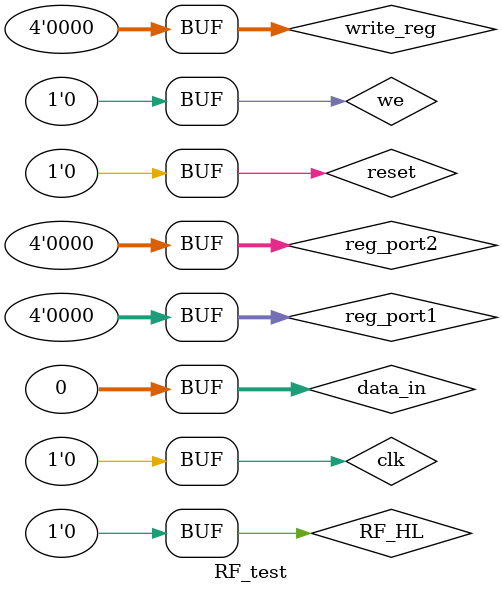
<source format=v>
`timescale 1ns / 1ps


module RF_test;

	// Inputs
	reg clk;
	reg reset;
	reg RF_HL;
	reg [3:0] reg_port1;
	reg [3:0] reg_port2;
	reg [3:0] write_reg;
	reg [31:0] data_in;
	reg we;

	// Outputs
	wire [31:0] reg_out1;
	wire [31:0] reg_out2;
	wire [31:0] reg_out3;

	// Instantiate the Unit Under Test (UUT)
	RF uut (
		.clk(clk), 
		.reset(reset), 
		.RF_HL(RF_HL), 
		.reg_port1(reg_port1), 
		.reg_port2(reg_port2), 
		.write_reg(write_reg), 
		.data_in(data_in), 
		.we(we), 
		.reg_out1(reg_out1), 
		.reg_out2(reg_out2), 
		.reg_out3(reg_out3)
	);

	initial begin
		// Initialize Inputs
		clk = 0;
		reset = 0;
		RF_HL = 0;
		reg_port1 = 0;
		reg_port2 = 0;
		write_reg = 0;
		data_in = 0;
		we = 0;

		// Wait 100 ns for global reset to finish
		#100;
        
		// Add stimulus here

	end
      
endmodule


</source>
